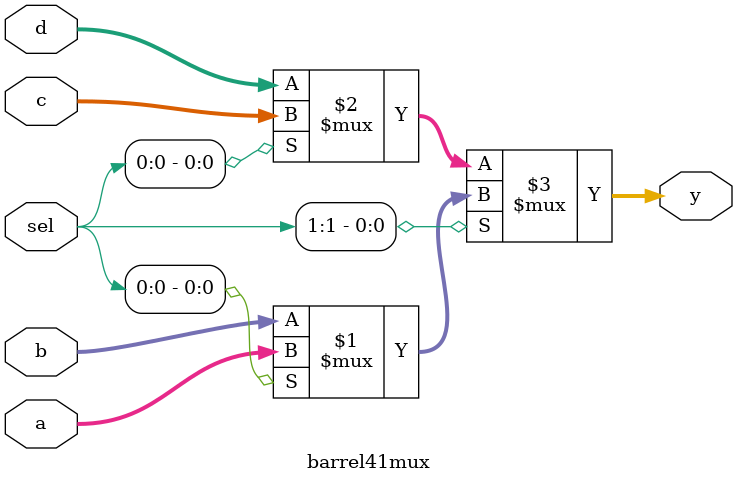
<source format=sv>
module barrel41mux (input logic [7:0] a,b,c,d,
						  input logic [1:0] sel,
						 output logic [7:0] y);

assign y = sel[1] ?( sel[0] ? a : b ): 
                   ( sel[0] ? c : d );

endmodule
</source>
